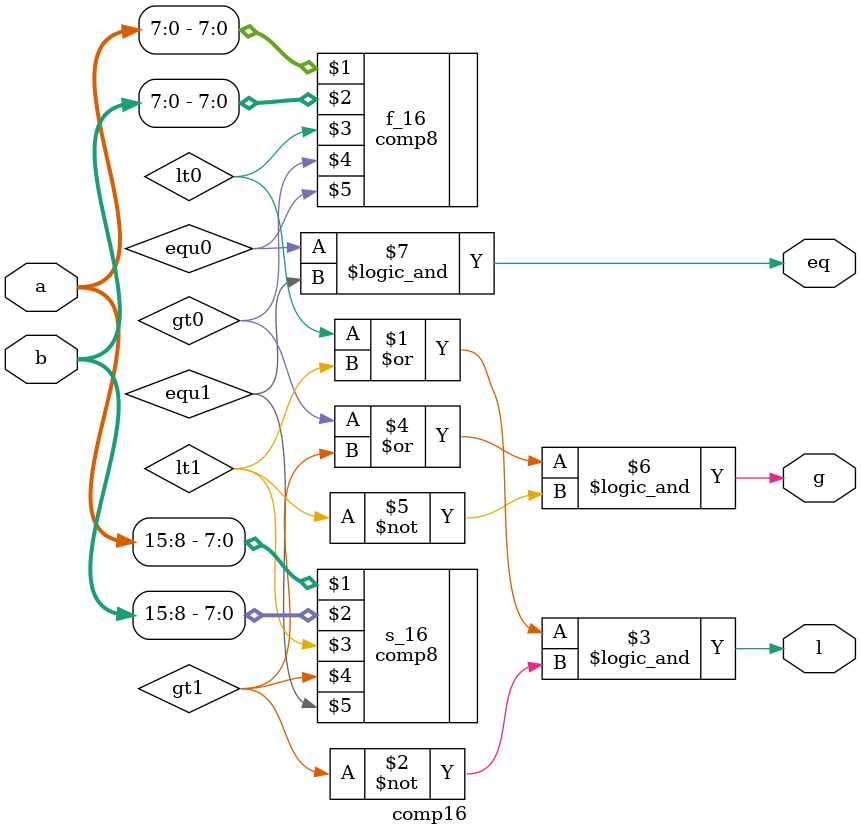
<source format=v>
module comp16(a,b,l,g,eq);
input [15:0] a;
input [15:0] b;
output l,g,eq;
comp8 f_16(a[7:0], b[7:0],lt0,gt0, equ0);
comp8 s_16(a[15:8], b[15:8],lt1,gt1, equ1);
assign l=(lt0 | lt1) && (~gt1);
assign g=(gt0 | gt1) && (~lt1);
assign eq=equ0 && equ1;
endmodule

</source>
